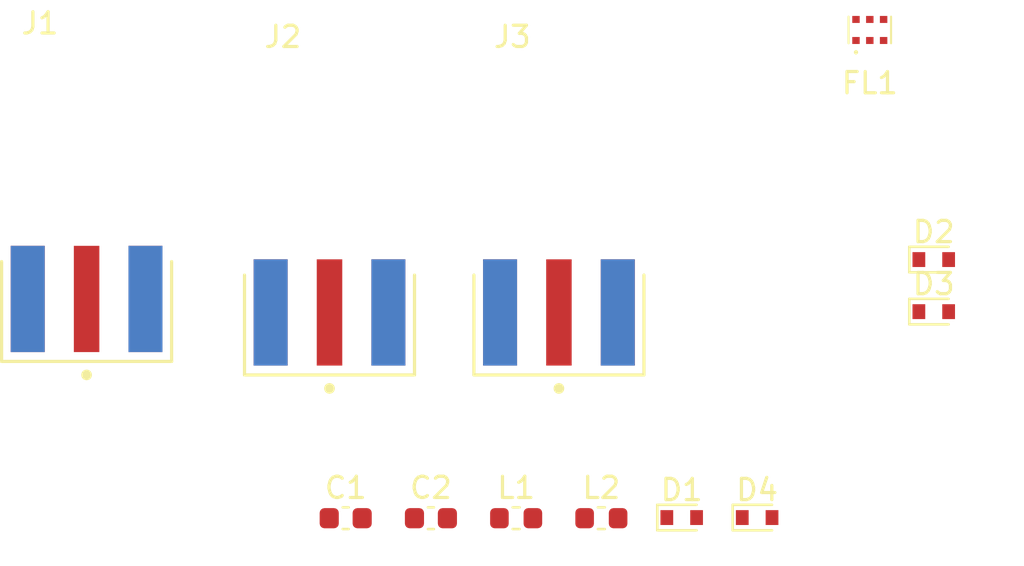
<source format=kicad_pcb>
(kicad_pcb (version 20171130) (host pcbnew 5.1.10-88a1d61d58~88~ubuntu18.04.1)

  (general
    (thickness 1.6)
    (drawings 0)
    (tracks 0)
    (zones 0)
    (modules 12)
    (nets 9)
  )

  (page User 210.007 148.006)
  (title_block
    (title "Analog RF phase shifter 5,7-5,8GHz")
    (date 2021-05-03)
    (rev 1.0.0)
    (company "Marcin Wachowiak, Poland")
  )

  (layers
    (0 F.Cu signal)
    (31 B.Cu signal)
    (32 B.Adhes user)
    (33 F.Adhes user)
    (34 B.Paste user)
    (35 F.Paste user)
    (36 B.SilkS user)
    (37 F.SilkS user)
    (38 B.Mask user)
    (39 F.Mask user)
    (40 Dwgs.User user)
    (41 Cmts.User user)
    (42 Eco1.User user)
    (43 Eco2.User user)
    (44 Edge.Cuts user)
    (45 Margin user)
    (46 B.CrtYd user)
    (47 F.CrtYd user)
    (48 B.Fab user)
    (49 F.Fab user)
  )

  (setup
    (last_trace_width 0.25)
    (trace_clearance 0.2)
    (zone_clearance 0.508)
    (zone_45_only no)
    (trace_min 0.2)
    (via_size 0.8)
    (via_drill 0.4)
    (via_min_size 0.4)
    (via_min_drill 0.3)
    (uvia_size 0.3)
    (uvia_drill 0.1)
    (uvias_allowed no)
    (uvia_min_size 0.2)
    (uvia_min_drill 0.1)
    (edge_width 0.05)
    (segment_width 0.2)
    (pcb_text_width 0.3)
    (pcb_text_size 1.5 1.5)
    (mod_edge_width 0.12)
    (mod_text_size 1 1)
    (mod_text_width 0.15)
    (pad_size 1.524 1.524)
    (pad_drill 0.762)
    (pad_to_mask_clearance 0)
    (aux_axis_origin 0 0)
    (visible_elements FFFFFF7F)
    (pcbplotparams
      (layerselection 0x010fc_ffffffff)
      (usegerberextensions false)
      (usegerberattributes true)
      (usegerberadvancedattributes true)
      (creategerberjobfile true)
      (excludeedgelayer true)
      (linewidth 0.100000)
      (plotframeref false)
      (viasonmask false)
      (mode 1)
      (useauxorigin false)
      (hpglpennumber 1)
      (hpglpenspeed 20)
      (hpglpendiameter 15.000000)
      (psnegative false)
      (psa4output false)
      (plotreference true)
      (plotvalue true)
      (plotinvisibletext false)
      (padsonsilk false)
      (subtractmaskfromsilk false)
      (outputformat 1)
      (mirror false)
      (drillshape 1)
      (scaleselection 1)
      (outputdirectory ""))
  )

  (net 0 "")
  (net 1 "Net-(C1-Pad2)")
  (net 2 "Net-(C1-Pad1)")
  (net 3 "Net-(C2-Pad2)")
  (net 4 "Net-(C2-Pad1)")
  (net 5 "Net-(D1-Pad1)")
  (net 6 GND)
  (net 7 "Net-(D2-Pad1)")
  (net 8 "Net-(J3-Pad1)")

  (net_class Default "This is the default net class."
    (clearance 0.2)
    (trace_width 0.25)
    (via_dia 0.8)
    (via_drill 0.4)
    (uvia_dia 0.3)
    (uvia_drill 0.1)
    (add_net GND)
    (add_net "Net-(C1-Pad1)")
    (add_net "Net-(C1-Pad2)")
    (add_net "Net-(C2-Pad1)")
    (add_net "Net-(C2-Pad2)")
    (add_net "Net-(D1-Pad1)")
    (add_net "Net-(D2-Pad1)")
    (add_net "Net-(J3-Pad1)")
  )

  (module analog_rf_phase_shifter_module:CON-SMA-EDGE-S (layer F.Cu) (tedit 60904B5A) (tstamp 6090B206)
    (at 75.565 43.815)
    (path /6090E997)
    (fp_text reference J3 (at -3.15 -5.71) (layer F.SilkS)
      (effects (font (size 1 1) (thickness 0.15)) (justify left))
    )
    (fp_text value CON-SMA-EDGE-S (at 0 12) (layer F.SilkS) hide
      (effects (font (size 1 1) (thickness 0.15)))
    )
    (fp_line (start 4 5.5) (end 4 10.2) (layer F.SilkS) (width 0.15))
    (fp_line (start -4 10.2) (end 4 10.2) (layer F.SilkS) (width 0.15))
    (fp_line (start -4 5.5) (end -4 10.2) (layer F.SilkS) (width 0.15))
    (fp_line (start 3.865 4.76) (end -3.865 4.76) (layer F.Fab) (width 0.15))
    (fp_line (start 3.595 9.785) (end 3.595 -4.785) (layer B.CrtYd) (width 0.15))
    (fp_line (start -3.595 9.785) (end 3.595 9.785) (layer B.CrtYd) (width 0.15))
    (fp_line (start -3.595 -4.785) (end -3.595 9.785) (layer B.CrtYd) (width 0.15))
    (fp_line (start 3.595 -4.785) (end -3.595 -4.785) (layer B.CrtYd) (width 0.15))
    (fp_line (start 3.595 -4.785) (end 3.595 -4.785) (layer B.CrtYd) (width 0.15))
    (fp_line (start 3.79 9.98) (end 3.79 -4.98) (layer F.CrtYd) (width 0.15))
    (fp_line (start -3.79 9.98) (end 3.79 9.98) (layer F.CrtYd) (width 0.15))
    (fp_line (start -3.79 -4.98) (end -3.79 9.98) (layer F.CrtYd) (width 0.15))
    (fp_line (start 3.79 -4.98) (end -3.79 -4.98) (layer F.CrtYd) (width 0.15))
    (fp_line (start 3.79 -4.98) (end 3.79 -4.98) (layer F.CrtYd) (width 0.15))
    (fp_circle (center 0 10.835) (end 0.125 10.835) (layer F.SilkS) (width 0.25))
    (fp_line (start 3.175 4.76) (end -3.175 4.76) (layer F.Fab) (width 0.15))
    (fp_line (start 3.175 -4.76) (end 3.175 4.76) (layer F.Fab) (width 0.15))
    (fp_line (start -3.175 -4.76) (end 3.175 -4.76) (layer F.Fab) (width 0.15))
    (fp_line (start -3.175 4.76) (end -3.175 -4.76) (layer F.Fab) (width 0.15))
    (pad 1 smd rect (at 0 7.26) (size 1.2 5) (layers F.Cu F.Paste F.Mask)
      (net 8 "Net-(J3-Pad1)"))
    (pad 2 smd rect (at -2.77 7.26) (size 1.6 5) (layers F.Cu F.Paste F.Mask)
      (net 6 GND))
    (pad 2 smd rect (at 2.77 7.26) (size 1.6 5) (layers F.Cu F.Paste F.Mask)
      (net 6 GND))
    (pad 2 smd rect (at -2.77 7.26) (size 1.6 5) (layers B.Cu B.Paste B.Mask)
      (net 6 GND))
    (pad 2 smd rect (at 2.77 7.26) (size 1.6 5) (layers B.Cu B.Paste B.Mask)
      (net 6 GND))
    (model ${KIPRJMOD}/../lib/3d_models/CON-SMA-EDGE-S.step
      (offset (xyz 0 -0.7 0))
      (scale (xyz 1 1 1))
      (rotate (xyz 0 0 0))
    )
  )

  (module analog_rf_phase_shifter_module:CON-SMA-EDGE-S (layer F.Cu) (tedit 60904B5A) (tstamp 6090B1EA)
    (at 64.77 43.815)
    (path /6091DFA7)
    (fp_text reference J2 (at -3.15 -5.71) (layer F.SilkS)
      (effects (font (size 1 1) (thickness 0.15)) (justify left))
    )
    (fp_text value CON-SMA-EDGE-S (at 0 12) (layer F.SilkS) hide
      (effects (font (size 1 1) (thickness 0.15)))
    )
    (fp_line (start 4 5.5) (end 4 10.2) (layer F.SilkS) (width 0.15))
    (fp_line (start -4 10.2) (end 4 10.2) (layer F.SilkS) (width 0.15))
    (fp_line (start -4 5.5) (end -4 10.2) (layer F.SilkS) (width 0.15))
    (fp_line (start 3.865 4.76) (end -3.865 4.76) (layer F.Fab) (width 0.15))
    (fp_line (start 3.595 9.785) (end 3.595 -4.785) (layer B.CrtYd) (width 0.15))
    (fp_line (start -3.595 9.785) (end 3.595 9.785) (layer B.CrtYd) (width 0.15))
    (fp_line (start -3.595 -4.785) (end -3.595 9.785) (layer B.CrtYd) (width 0.15))
    (fp_line (start 3.595 -4.785) (end -3.595 -4.785) (layer B.CrtYd) (width 0.15))
    (fp_line (start 3.595 -4.785) (end 3.595 -4.785) (layer B.CrtYd) (width 0.15))
    (fp_line (start 3.79 9.98) (end 3.79 -4.98) (layer F.CrtYd) (width 0.15))
    (fp_line (start -3.79 9.98) (end 3.79 9.98) (layer F.CrtYd) (width 0.15))
    (fp_line (start -3.79 -4.98) (end -3.79 9.98) (layer F.CrtYd) (width 0.15))
    (fp_line (start 3.79 -4.98) (end -3.79 -4.98) (layer F.CrtYd) (width 0.15))
    (fp_line (start 3.79 -4.98) (end 3.79 -4.98) (layer F.CrtYd) (width 0.15))
    (fp_circle (center 0 10.835) (end 0.125 10.835) (layer F.SilkS) (width 0.25))
    (fp_line (start 3.175 4.76) (end -3.175 4.76) (layer F.Fab) (width 0.15))
    (fp_line (start 3.175 -4.76) (end 3.175 4.76) (layer F.Fab) (width 0.15))
    (fp_line (start -3.175 -4.76) (end 3.175 -4.76) (layer F.Fab) (width 0.15))
    (fp_line (start -3.175 4.76) (end -3.175 -4.76) (layer F.Fab) (width 0.15))
    (pad 1 smd rect (at 0 7.26) (size 1.2 5) (layers F.Cu F.Paste F.Mask)
      (net 4 "Net-(C2-Pad1)"))
    (pad 2 smd rect (at -2.77 7.26) (size 1.6 5) (layers F.Cu F.Paste F.Mask)
      (net 6 GND))
    (pad 2 smd rect (at 2.77 7.26) (size 1.6 5) (layers F.Cu F.Paste F.Mask)
      (net 6 GND))
    (pad 2 smd rect (at -2.77 7.26) (size 1.6 5) (layers B.Cu B.Paste B.Mask)
      (net 6 GND))
    (pad 2 smd rect (at 2.77 7.26) (size 1.6 5) (layers B.Cu B.Paste B.Mask)
      (net 6 GND))
    (model ${KIPRJMOD}/../lib/3d_models/CON-SMA-EDGE-S.step
      (offset (xyz 0 -0.7 0))
      (scale (xyz 1 1 1))
      (rotate (xyz 0 0 0))
    )
  )

  (module analog_rf_phase_shifter_module:CON-SMA-EDGE-S (layer F.Cu) (tedit 60904B5A) (tstamp 6090B1CE)
    (at 53.34 43.18)
    (path /60919D79)
    (fp_text reference J1 (at -3.15 -5.71) (layer F.SilkS)
      (effects (font (size 1 1) (thickness 0.15)) (justify left))
    )
    (fp_text value CON-SMA-EDGE-S (at 0 12) (layer F.SilkS) hide
      (effects (font (size 1 1) (thickness 0.15)))
    )
    (fp_line (start 4 5.5) (end 4 10.2) (layer F.SilkS) (width 0.15))
    (fp_line (start -4 10.2) (end 4 10.2) (layer F.SilkS) (width 0.15))
    (fp_line (start -4 5.5) (end -4 10.2) (layer F.SilkS) (width 0.15))
    (fp_line (start 3.865 4.76) (end -3.865 4.76) (layer F.Fab) (width 0.15))
    (fp_line (start 3.595 9.785) (end 3.595 -4.785) (layer B.CrtYd) (width 0.15))
    (fp_line (start -3.595 9.785) (end 3.595 9.785) (layer B.CrtYd) (width 0.15))
    (fp_line (start -3.595 -4.785) (end -3.595 9.785) (layer B.CrtYd) (width 0.15))
    (fp_line (start 3.595 -4.785) (end -3.595 -4.785) (layer B.CrtYd) (width 0.15))
    (fp_line (start 3.595 -4.785) (end 3.595 -4.785) (layer B.CrtYd) (width 0.15))
    (fp_line (start 3.79 9.98) (end 3.79 -4.98) (layer F.CrtYd) (width 0.15))
    (fp_line (start -3.79 9.98) (end 3.79 9.98) (layer F.CrtYd) (width 0.15))
    (fp_line (start -3.79 -4.98) (end -3.79 9.98) (layer F.CrtYd) (width 0.15))
    (fp_line (start 3.79 -4.98) (end -3.79 -4.98) (layer F.CrtYd) (width 0.15))
    (fp_line (start 3.79 -4.98) (end 3.79 -4.98) (layer F.CrtYd) (width 0.15))
    (fp_circle (center 0 10.835) (end 0.125 10.835) (layer F.SilkS) (width 0.25))
    (fp_line (start 3.175 4.76) (end -3.175 4.76) (layer F.Fab) (width 0.15))
    (fp_line (start 3.175 -4.76) (end 3.175 4.76) (layer F.Fab) (width 0.15))
    (fp_line (start -3.175 -4.76) (end 3.175 -4.76) (layer F.Fab) (width 0.15))
    (fp_line (start -3.175 4.76) (end -3.175 -4.76) (layer F.Fab) (width 0.15))
    (pad 1 smd rect (at 0 7.26) (size 1.2 5) (layers F.Cu F.Paste F.Mask)
      (net 1 "Net-(C1-Pad2)"))
    (pad 2 smd rect (at -2.77 7.26) (size 1.6 5) (layers F.Cu F.Paste F.Mask)
      (net 6 GND))
    (pad 2 smd rect (at 2.77 7.26) (size 1.6 5) (layers F.Cu F.Paste F.Mask)
      (net 6 GND))
    (pad 2 smd rect (at -2.77 7.26) (size 1.6 5) (layers B.Cu B.Paste B.Mask)
      (net 6 GND))
    (pad 2 smd rect (at 2.77 7.26) (size 1.6 5) (layers B.Cu B.Paste B.Mask)
      (net 6 GND))
    (model ${KIPRJMOD}/../lib/3d_models/CON-SMA-EDGE-S.step
      (offset (xyz 0 -0.7 0))
      (scale (xyz 1 1 1))
      (rotate (xyz 0 0 0))
    )
  )

  (module analog_rf_phase_shifter_module:C5060J5003AHF (layer F.Cu) (tedit 60903863) (tstamp 60909F63)
    (at 90.192801 37.782801)
    (descr C2327J5003AHF-2)
    (tags Filter)
    (path /60906106)
    (attr smd)
    (fp_text reference FL1 (at 0 2.5) (layer F.SilkS)
      (effects (font (size 1 1) (thickness 0.15)))
    )
    (fp_text value C5060J5003AHF (at 0 -2.5) (layer F.SilkS) hide
      (effects (font (size 1.27 1.27) (thickness 0.254)))
    )
    (fp_text user %R (at 0 2.5) (layer F.Fab)
      (effects (font (size 1 1) (thickness 0.15)))
    )
    (fp_arc (start -0.65 1.05) (end -0.65 1) (angle -180) (layer F.SilkS) (width 0.1))
    (fp_arc (start -0.65 1.05) (end -0.65 1.1) (angle -180) (layer F.SilkS) (width 0.1))
    (fp_line (start -0.65 1.1) (end -0.65 1.1) (layer F.SilkS) (width 0.1))
    (fp_line (start -0.65 1) (end -0.65 1) (layer F.SilkS) (width 0.1))
    (fp_line (start 1 0.625) (end 1 -0.625) (layer F.SilkS) (width 0.1))
    (fp_line (start -1 0.625) (end -1 -0.625) (layer F.SilkS) (width 0.1))
    (fp_line (start -1.7 1.36) (end -1.7 -1.36) (layer F.CrtYd) (width 0.1))
    (fp_line (start 1.7 1.36) (end -1.7 1.36) (layer F.CrtYd) (width 0.1))
    (fp_line (start 1.7 -1.36) (end 1.7 1.36) (layer F.CrtYd) (width 0.1))
    (fp_line (start -1.7 -1.36) (end 1.7 -1.36) (layer F.CrtYd) (width 0.1))
    (fp_line (start -1 0.625) (end -1 -0.625) (layer F.Fab) (width 0.2))
    (fp_line (start 1 0.625) (end -1 0.625) (layer F.Fab) (width 0.2))
    (fp_line (start 1 -0.625) (end 1 0.625) (layer F.Fab) (width 0.2))
    (fp_line (start -1 -0.625) (end 1 -0.625) (layer F.Fab) (width 0.2))
    (pad 1 smd rect (at -0.65 0.495 90) (size 0.33 0.35) (layers F.Cu F.Paste F.Mask)
      (net 2 "Net-(C1-Pad1)"))
    (pad 2 smd rect (at 0 0.495 90) (size 0.33 0.35) (layers F.Cu F.Paste F.Mask)
      (net 6 GND))
    (pad 3 smd rect (at 0.65 0.495 90) (size 0.33 0.35) (layers F.Cu F.Paste F.Mask)
      (net 3 "Net-(C2-Pad2)"))
    (pad 4 smd rect (at 0.65 -0.495 90) (size 0.33 0.35) (layers F.Cu F.Paste F.Mask)
      (net 7 "Net-(D2-Pad1)"))
    (pad 5 smd rect (at 0 -0.495 90) (size 0.33 0.35) (layers F.Cu F.Paste F.Mask)
      (net 6 GND))
    (pad 6 smd rect (at -0.65 -0.495 90) (size 0.33 0.35) (layers F.Cu F.Paste F.Mask)
      (net 5 "Net-(D1-Pad1)"))
    (model ${KIPRJMOD}/../lib/3d_models/C5060J5003AHF.step
      (at (xyz 0 0 0))
      (scale (xyz 1 1 1))
      (rotate (xyz -90 0 -90))
    )
  )

  (module Inductor_SMD:L_0603_1608Metric (layer F.Cu) (tedit 5F68FEF0) (tstamp 60667931)
    (at 77.562 60.7568)
    (descr "Inductor SMD 0603 (1608 Metric), square (rectangular) end terminal, IPC_7351 nominal, (Body size source: http://www.tortai-tech.com/upload/download/2011102023233369053.pdf), generated with kicad-footprint-generator")
    (tags inductor)
    (path /6037477C)
    (attr smd)
    (fp_text reference L2 (at 0 -1.43) (layer F.SilkS)
      (effects (font (size 1 1) (thickness 0.15)))
    )
    (fp_text value 1u (at 0 1.43) (layer F.Fab)
      (effects (font (size 1 1) (thickness 0.15)))
    )
    (fp_text user %R (at 0 0) (layer F.Fab)
      (effects (font (size 0.4 0.4) (thickness 0.06)))
    )
    (fp_line (start -0.8 0.4) (end -0.8 -0.4) (layer F.Fab) (width 0.1))
    (fp_line (start -0.8 -0.4) (end 0.8 -0.4) (layer F.Fab) (width 0.1))
    (fp_line (start 0.8 -0.4) (end 0.8 0.4) (layer F.Fab) (width 0.1))
    (fp_line (start 0.8 0.4) (end -0.8 0.4) (layer F.Fab) (width 0.1))
    (fp_line (start -0.162779 -0.51) (end 0.162779 -0.51) (layer F.SilkS) (width 0.12))
    (fp_line (start -0.162779 0.51) (end 0.162779 0.51) (layer F.SilkS) (width 0.12))
    (fp_line (start -1.48 0.73) (end -1.48 -0.73) (layer F.CrtYd) (width 0.05))
    (fp_line (start -1.48 -0.73) (end 1.48 -0.73) (layer F.CrtYd) (width 0.05))
    (fp_line (start 1.48 -0.73) (end 1.48 0.73) (layer F.CrtYd) (width 0.05))
    (fp_line (start 1.48 0.73) (end -1.48 0.73) (layer F.CrtYd) (width 0.05))
    (pad 2 smd roundrect (at 0.7875 0) (size 0.875 0.95) (layers F.Cu F.Paste F.Mask) (roundrect_rratio 0.25)
      (net 7 "Net-(D2-Pad1)"))
    (pad 1 smd roundrect (at -0.7875 0) (size 0.875 0.95) (layers F.Cu F.Paste F.Mask) (roundrect_rratio 0.25)
      (net 8 "Net-(J3-Pad1)"))
    (model ${KISYS3DMOD}/Inductor_SMD.3dshapes/L_0603_1608Metric.wrl
      (at (xyz 0 0 0))
      (scale (xyz 1 1 1))
      (rotate (xyz 0 0 0))
    )
  )

  (module Inductor_SMD:L_0603_1608Metric (layer F.Cu) (tedit 5F68FEF0) (tstamp 60667920)
    (at 73.552 60.7568)
    (descr "Inductor SMD 0603 (1608 Metric), square (rectangular) end terminal, IPC_7351 nominal, (Body size source: http://www.tortai-tech.com/upload/download/2011102023233369053.pdf), generated with kicad-footprint-generator")
    (tags inductor)
    (path /60374381)
    (attr smd)
    (fp_text reference L1 (at 0 -1.43) (layer F.SilkS)
      (effects (font (size 1 1) (thickness 0.15)))
    )
    (fp_text value 1u (at 0 1.43) (layer F.Fab)
      (effects (font (size 1 1) (thickness 0.15)))
    )
    (fp_text user %R (at 0 0) (layer F.Fab)
      (effects (font (size 0.4 0.4) (thickness 0.06)))
    )
    (fp_line (start -0.8 0.4) (end -0.8 -0.4) (layer F.Fab) (width 0.1))
    (fp_line (start -0.8 -0.4) (end 0.8 -0.4) (layer F.Fab) (width 0.1))
    (fp_line (start 0.8 -0.4) (end 0.8 0.4) (layer F.Fab) (width 0.1))
    (fp_line (start 0.8 0.4) (end -0.8 0.4) (layer F.Fab) (width 0.1))
    (fp_line (start -0.162779 -0.51) (end 0.162779 -0.51) (layer F.SilkS) (width 0.12))
    (fp_line (start -0.162779 0.51) (end 0.162779 0.51) (layer F.SilkS) (width 0.12))
    (fp_line (start -1.48 0.73) (end -1.48 -0.73) (layer F.CrtYd) (width 0.05))
    (fp_line (start -1.48 -0.73) (end 1.48 -0.73) (layer F.CrtYd) (width 0.05))
    (fp_line (start 1.48 -0.73) (end 1.48 0.73) (layer F.CrtYd) (width 0.05))
    (fp_line (start 1.48 0.73) (end -1.48 0.73) (layer F.CrtYd) (width 0.05))
    (pad 2 smd roundrect (at 0.7875 0) (size 0.875 0.95) (layers F.Cu F.Paste F.Mask) (roundrect_rratio 0.25)
      (net 5 "Net-(D1-Pad1)"))
    (pad 1 smd roundrect (at -0.7875 0) (size 0.875 0.95) (layers F.Cu F.Paste F.Mask) (roundrect_rratio 0.25)
      (net 8 "Net-(J3-Pad1)"))
    (model ${KISYS3DMOD}/Inductor_SMD.3dshapes/L_0603_1608Metric.wrl
      (at (xyz 0 0 0))
      (scale (xyz 1 1 1))
      (rotate (xyz 0 0 0))
    )
  )

  (module Diode_SMD:D_SOD-523 (layer F.Cu) (tedit 586419F0) (tstamp 6066786C)
    (at 84.892 60.7268)
    (descr "http://www.diodes.com/datasheets/ap02001.pdf p.144")
    (tags "Diode SOD523")
    (path /60376509)
    (attr smd)
    (fp_text reference D4 (at 0 -1.3) (layer F.SilkS)
      (effects (font (size 1 1) (thickness 0.15)))
    )
    (fp_text value BBY66_02V (at 0 1.4) (layer F.Fab)
      (effects (font (size 1 1) (thickness 0.15)))
    )
    (fp_text user %R (at 0 -1.3) (layer F.Fab)
      (effects (font (size 1 1) (thickness 0.15)))
    )
    (fp_line (start -1.15 -0.6) (end -1.15 0.6) (layer F.SilkS) (width 0.12))
    (fp_line (start 1.25 -0.7) (end 1.25 0.7) (layer F.CrtYd) (width 0.05))
    (fp_line (start -1.25 -0.7) (end 1.25 -0.7) (layer F.CrtYd) (width 0.05))
    (fp_line (start -1.25 0.7) (end -1.25 -0.7) (layer F.CrtYd) (width 0.05))
    (fp_line (start 1.25 0.7) (end -1.25 0.7) (layer F.CrtYd) (width 0.05))
    (fp_line (start 0.1 0) (end 0.25 0) (layer F.Fab) (width 0.1))
    (fp_line (start 0.1 -0.2) (end -0.2 0) (layer F.Fab) (width 0.1))
    (fp_line (start 0.1 0.2) (end 0.1 -0.2) (layer F.Fab) (width 0.1))
    (fp_line (start -0.2 0) (end 0.1 0.2) (layer F.Fab) (width 0.1))
    (fp_line (start -0.2 0) (end -0.35 0) (layer F.Fab) (width 0.1))
    (fp_line (start -0.2 0.2) (end -0.2 -0.2) (layer F.Fab) (width 0.1))
    (fp_line (start 0.65 -0.45) (end 0.65 0.45) (layer F.Fab) (width 0.1))
    (fp_line (start -0.65 -0.45) (end 0.65 -0.45) (layer F.Fab) (width 0.1))
    (fp_line (start -0.65 0.45) (end -0.65 -0.45) (layer F.Fab) (width 0.1))
    (fp_line (start 0.65 0.45) (end -0.65 0.45) (layer F.Fab) (width 0.1))
    (fp_line (start 0.7 -0.6) (end -1.15 -0.6) (layer F.SilkS) (width 0.12))
    (fp_line (start 0.7 0.6) (end -1.15 0.6) (layer F.SilkS) (width 0.12))
    (pad 1 smd rect (at -0.7 0 180) (size 0.6 0.7) (layers F.Cu F.Paste F.Mask)
      (net 7 "Net-(D2-Pad1)"))
    (pad 2 smd rect (at 0.7 0 180) (size 0.6 0.7) (layers F.Cu F.Paste F.Mask)
      (net 6 GND))
    (model ${KISYS3DMOD}/Diode_SMD.3dshapes/D_SOD-523.wrl
      (at (xyz 0 0 0))
      (scale (xyz 1 1 1))
      (rotate (xyz 0 0 0))
    )
  )

  (module Diode_SMD:D_SOD-523 (layer F.Cu) (tedit 586419F0) (tstamp 60667854)
    (at 93.202 51.0368)
    (descr "http://www.diodes.com/datasheets/ap02001.pdf p.144")
    (tags "Diode SOD523")
    (path /60375EF1)
    (attr smd)
    (fp_text reference D3 (at 0 -1.3) (layer F.SilkS)
      (effects (font (size 1 1) (thickness 0.15)))
    )
    (fp_text value BBY66_02V (at 0 1.4) (layer F.Fab)
      (effects (font (size 1 1) (thickness 0.15)))
    )
    (fp_text user %R (at 0 -1.3) (layer F.Fab)
      (effects (font (size 1 1) (thickness 0.15)))
    )
    (fp_line (start -1.15 -0.6) (end -1.15 0.6) (layer F.SilkS) (width 0.12))
    (fp_line (start 1.25 -0.7) (end 1.25 0.7) (layer F.CrtYd) (width 0.05))
    (fp_line (start -1.25 -0.7) (end 1.25 -0.7) (layer F.CrtYd) (width 0.05))
    (fp_line (start -1.25 0.7) (end -1.25 -0.7) (layer F.CrtYd) (width 0.05))
    (fp_line (start 1.25 0.7) (end -1.25 0.7) (layer F.CrtYd) (width 0.05))
    (fp_line (start 0.1 0) (end 0.25 0) (layer F.Fab) (width 0.1))
    (fp_line (start 0.1 -0.2) (end -0.2 0) (layer F.Fab) (width 0.1))
    (fp_line (start 0.1 0.2) (end 0.1 -0.2) (layer F.Fab) (width 0.1))
    (fp_line (start -0.2 0) (end 0.1 0.2) (layer F.Fab) (width 0.1))
    (fp_line (start -0.2 0) (end -0.35 0) (layer F.Fab) (width 0.1))
    (fp_line (start -0.2 0.2) (end -0.2 -0.2) (layer F.Fab) (width 0.1))
    (fp_line (start 0.65 -0.45) (end 0.65 0.45) (layer F.Fab) (width 0.1))
    (fp_line (start -0.65 -0.45) (end 0.65 -0.45) (layer F.Fab) (width 0.1))
    (fp_line (start -0.65 0.45) (end -0.65 -0.45) (layer F.Fab) (width 0.1))
    (fp_line (start 0.65 0.45) (end -0.65 0.45) (layer F.Fab) (width 0.1))
    (fp_line (start 0.7 -0.6) (end -1.15 -0.6) (layer F.SilkS) (width 0.12))
    (fp_line (start 0.7 0.6) (end -1.15 0.6) (layer F.SilkS) (width 0.12))
    (pad 1 smd rect (at -0.7 0 180) (size 0.6 0.7) (layers F.Cu F.Paste F.Mask)
      (net 5 "Net-(D1-Pad1)"))
    (pad 2 smd rect (at 0.7 0 180) (size 0.6 0.7) (layers F.Cu F.Paste F.Mask)
      (net 6 GND))
    (model ${KISYS3DMOD}/Diode_SMD.3dshapes/D_SOD-523.wrl
      (at (xyz 0 0 0))
      (scale (xyz 1 1 1))
      (rotate (xyz 0 0 0))
    )
  )

  (module Diode_SMD:D_SOD-523 (layer F.Cu) (tedit 586419F0) (tstamp 6066783C)
    (at 93.202 48.5868)
    (descr "http://www.diodes.com/datasheets/ap02001.pdf p.144")
    (tags "Diode SOD523")
    (path /60375884)
    (attr smd)
    (fp_text reference D2 (at 0 -1.3) (layer F.SilkS)
      (effects (font (size 1 1) (thickness 0.15)))
    )
    (fp_text value BBY66_02V (at 0 1.4) (layer F.Fab)
      (effects (font (size 1 1) (thickness 0.15)))
    )
    (fp_text user %R (at 0 -1.3) (layer F.Fab)
      (effects (font (size 1 1) (thickness 0.15)))
    )
    (fp_line (start -1.15 -0.6) (end -1.15 0.6) (layer F.SilkS) (width 0.12))
    (fp_line (start 1.25 -0.7) (end 1.25 0.7) (layer F.CrtYd) (width 0.05))
    (fp_line (start -1.25 -0.7) (end 1.25 -0.7) (layer F.CrtYd) (width 0.05))
    (fp_line (start -1.25 0.7) (end -1.25 -0.7) (layer F.CrtYd) (width 0.05))
    (fp_line (start 1.25 0.7) (end -1.25 0.7) (layer F.CrtYd) (width 0.05))
    (fp_line (start 0.1 0) (end 0.25 0) (layer F.Fab) (width 0.1))
    (fp_line (start 0.1 -0.2) (end -0.2 0) (layer F.Fab) (width 0.1))
    (fp_line (start 0.1 0.2) (end 0.1 -0.2) (layer F.Fab) (width 0.1))
    (fp_line (start -0.2 0) (end 0.1 0.2) (layer F.Fab) (width 0.1))
    (fp_line (start -0.2 0) (end -0.35 0) (layer F.Fab) (width 0.1))
    (fp_line (start -0.2 0.2) (end -0.2 -0.2) (layer F.Fab) (width 0.1))
    (fp_line (start 0.65 -0.45) (end 0.65 0.45) (layer F.Fab) (width 0.1))
    (fp_line (start -0.65 -0.45) (end 0.65 -0.45) (layer F.Fab) (width 0.1))
    (fp_line (start -0.65 0.45) (end -0.65 -0.45) (layer F.Fab) (width 0.1))
    (fp_line (start 0.65 0.45) (end -0.65 0.45) (layer F.Fab) (width 0.1))
    (fp_line (start 0.7 -0.6) (end -1.15 -0.6) (layer F.SilkS) (width 0.12))
    (fp_line (start 0.7 0.6) (end -1.15 0.6) (layer F.SilkS) (width 0.12))
    (pad 1 smd rect (at -0.7 0 180) (size 0.6 0.7) (layers F.Cu F.Paste F.Mask)
      (net 7 "Net-(D2-Pad1)"))
    (pad 2 smd rect (at 0.7 0 180) (size 0.6 0.7) (layers F.Cu F.Paste F.Mask)
      (net 6 GND))
    (model ${KISYS3DMOD}/Diode_SMD.3dshapes/D_SOD-523.wrl
      (at (xyz 0 0 0))
      (scale (xyz 1 1 1))
      (rotate (xyz 0 0 0))
    )
  )

  (module Diode_SMD:D_SOD-523 (layer F.Cu) (tedit 586419F0) (tstamp 60667824)
    (at 81.342 60.7268)
    (descr "http://www.diodes.com/datasheets/ap02001.pdf p.144")
    (tags "Diode SOD523")
    (path /60375266)
    (attr smd)
    (fp_text reference D1 (at 0 -1.3) (layer F.SilkS)
      (effects (font (size 1 1) (thickness 0.15)))
    )
    (fp_text value BBY66_02V (at 0 1.4) (layer F.Fab)
      (effects (font (size 1 1) (thickness 0.15)))
    )
    (fp_text user %R (at 0 -1.3) (layer F.Fab)
      (effects (font (size 1 1) (thickness 0.15)))
    )
    (fp_line (start -1.15 -0.6) (end -1.15 0.6) (layer F.SilkS) (width 0.12))
    (fp_line (start 1.25 -0.7) (end 1.25 0.7) (layer F.CrtYd) (width 0.05))
    (fp_line (start -1.25 -0.7) (end 1.25 -0.7) (layer F.CrtYd) (width 0.05))
    (fp_line (start -1.25 0.7) (end -1.25 -0.7) (layer F.CrtYd) (width 0.05))
    (fp_line (start 1.25 0.7) (end -1.25 0.7) (layer F.CrtYd) (width 0.05))
    (fp_line (start 0.1 0) (end 0.25 0) (layer F.Fab) (width 0.1))
    (fp_line (start 0.1 -0.2) (end -0.2 0) (layer F.Fab) (width 0.1))
    (fp_line (start 0.1 0.2) (end 0.1 -0.2) (layer F.Fab) (width 0.1))
    (fp_line (start -0.2 0) (end 0.1 0.2) (layer F.Fab) (width 0.1))
    (fp_line (start -0.2 0) (end -0.35 0) (layer F.Fab) (width 0.1))
    (fp_line (start -0.2 0.2) (end -0.2 -0.2) (layer F.Fab) (width 0.1))
    (fp_line (start 0.65 -0.45) (end 0.65 0.45) (layer F.Fab) (width 0.1))
    (fp_line (start -0.65 -0.45) (end 0.65 -0.45) (layer F.Fab) (width 0.1))
    (fp_line (start -0.65 0.45) (end -0.65 -0.45) (layer F.Fab) (width 0.1))
    (fp_line (start 0.65 0.45) (end -0.65 0.45) (layer F.Fab) (width 0.1))
    (fp_line (start 0.7 -0.6) (end -1.15 -0.6) (layer F.SilkS) (width 0.12))
    (fp_line (start 0.7 0.6) (end -1.15 0.6) (layer F.SilkS) (width 0.12))
    (pad 1 smd rect (at -0.7 0 180) (size 0.6 0.7) (layers F.Cu F.Paste F.Mask)
      (net 5 "Net-(D1-Pad1)"))
    (pad 2 smd rect (at 0.7 0 180) (size 0.6 0.7) (layers F.Cu F.Paste F.Mask)
      (net 6 GND))
    (model ${KISYS3DMOD}/Diode_SMD.3dshapes/D_SOD-523.wrl
      (at (xyz 0 0 0))
      (scale (xyz 1 1 1))
      (rotate (xyz 0 0 0))
    )
  )

  (module Capacitor_SMD:C_0603_1608Metric (layer F.Cu) (tedit 5F68FEEE) (tstamp 6066780C)
    (at 69.542 60.7568)
    (descr "Capacitor SMD 0603 (1608 Metric), square (rectangular) end terminal, IPC_7351 nominal, (Body size source: IPC-SM-782 page 76, https://www.pcb-3d.com/wordpress/wp-content/uploads/ipc-sm-782a_amendment_1_and_2.pdf), generated with kicad-footprint-generator")
    (tags capacitor)
    (path /603774E1)
    (attr smd)
    (fp_text reference C2 (at 0 -1.43) (layer F.SilkS)
      (effects (font (size 1 1) (thickness 0.15)))
    )
    (fp_text value 100pF (at 0 1.43) (layer F.Fab)
      (effects (font (size 1 1) (thickness 0.15)))
    )
    (fp_text user %R (at 0 0) (layer F.Fab)
      (effects (font (size 0.4 0.4) (thickness 0.06)))
    )
    (fp_line (start -0.8 0.4) (end -0.8 -0.4) (layer F.Fab) (width 0.1))
    (fp_line (start -0.8 -0.4) (end 0.8 -0.4) (layer F.Fab) (width 0.1))
    (fp_line (start 0.8 -0.4) (end 0.8 0.4) (layer F.Fab) (width 0.1))
    (fp_line (start 0.8 0.4) (end -0.8 0.4) (layer F.Fab) (width 0.1))
    (fp_line (start -0.14058 -0.51) (end 0.14058 -0.51) (layer F.SilkS) (width 0.12))
    (fp_line (start -0.14058 0.51) (end 0.14058 0.51) (layer F.SilkS) (width 0.12))
    (fp_line (start -1.48 0.73) (end -1.48 -0.73) (layer F.CrtYd) (width 0.05))
    (fp_line (start -1.48 -0.73) (end 1.48 -0.73) (layer F.CrtYd) (width 0.05))
    (fp_line (start 1.48 -0.73) (end 1.48 0.73) (layer F.CrtYd) (width 0.05))
    (fp_line (start 1.48 0.73) (end -1.48 0.73) (layer F.CrtYd) (width 0.05))
    (pad 2 smd roundrect (at 0.775 0) (size 0.9 0.95) (layers F.Cu F.Paste F.Mask) (roundrect_rratio 0.25)
      (net 3 "Net-(C2-Pad2)"))
    (pad 1 smd roundrect (at -0.775 0) (size 0.9 0.95) (layers F.Cu F.Paste F.Mask) (roundrect_rratio 0.25)
      (net 4 "Net-(C2-Pad1)"))
    (model ${KISYS3DMOD}/Capacitor_SMD.3dshapes/C_0603_1608Metric.wrl
      (at (xyz 0 0 0))
      (scale (xyz 1 1 1))
      (rotate (xyz 0 0 0))
    )
  )

  (module Capacitor_SMD:C_0603_1608Metric (layer F.Cu) (tedit 5F68FEEE) (tstamp 606677FB)
    (at 65.532 60.7568)
    (descr "Capacitor SMD 0603 (1608 Metric), square (rectangular) end terminal, IPC_7351 nominal, (Body size source: IPC-SM-782 page 76, https://www.pcb-3d.com/wordpress/wp-content/uploads/ipc-sm-782a_amendment_1_and_2.pdf), generated with kicad-footprint-generator")
    (tags capacitor)
    (path /60376E80)
    (attr smd)
    (fp_text reference C1 (at 0 -1.43) (layer F.SilkS)
      (effects (font (size 1 1) (thickness 0.15)))
    )
    (fp_text value 100pF (at 0 1.43) (layer F.Fab)
      (effects (font (size 1 1) (thickness 0.15)))
    )
    (fp_text user %R (at 0 0) (layer F.Fab)
      (effects (font (size 0.4 0.4) (thickness 0.06)))
    )
    (fp_line (start -0.8 0.4) (end -0.8 -0.4) (layer F.Fab) (width 0.1))
    (fp_line (start -0.8 -0.4) (end 0.8 -0.4) (layer F.Fab) (width 0.1))
    (fp_line (start 0.8 -0.4) (end 0.8 0.4) (layer F.Fab) (width 0.1))
    (fp_line (start 0.8 0.4) (end -0.8 0.4) (layer F.Fab) (width 0.1))
    (fp_line (start -0.14058 -0.51) (end 0.14058 -0.51) (layer F.SilkS) (width 0.12))
    (fp_line (start -0.14058 0.51) (end 0.14058 0.51) (layer F.SilkS) (width 0.12))
    (fp_line (start -1.48 0.73) (end -1.48 -0.73) (layer F.CrtYd) (width 0.05))
    (fp_line (start -1.48 -0.73) (end 1.48 -0.73) (layer F.CrtYd) (width 0.05))
    (fp_line (start 1.48 -0.73) (end 1.48 0.73) (layer F.CrtYd) (width 0.05))
    (fp_line (start 1.48 0.73) (end -1.48 0.73) (layer F.CrtYd) (width 0.05))
    (pad 2 smd roundrect (at 0.775 0) (size 0.9 0.95) (layers F.Cu F.Paste F.Mask) (roundrect_rratio 0.25)
      (net 1 "Net-(C1-Pad2)"))
    (pad 1 smd roundrect (at -0.775 0) (size 0.9 0.95) (layers F.Cu F.Paste F.Mask) (roundrect_rratio 0.25)
      (net 2 "Net-(C1-Pad1)"))
    (model ${KISYS3DMOD}/Capacitor_SMD.3dshapes/C_0603_1608Metric.wrl
      (at (xyz 0 0 0))
      (scale (xyz 1 1 1))
      (rotate (xyz 0 0 0))
    )
  )

)

</source>
